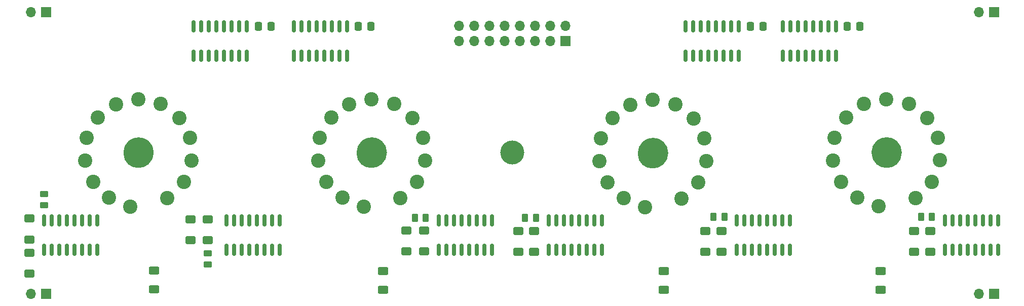
<source format=gbr>
%TF.GenerationSoftware,KiCad,Pcbnew,9.0.0*%
%TF.CreationDate,2025-03-11T11:24:58+01:00*%
%TF.ProjectId,CNIX V2 Tube Board,434e4958-2056-4322-9054-75626520426f,rev?*%
%TF.SameCoordinates,Original*%
%TF.FileFunction,Soldermask,Bot*%
%TF.FilePolarity,Negative*%
%FSLAX46Y46*%
G04 Gerber Fmt 4.6, Leading zero omitted, Abs format (unit mm)*
G04 Created by KiCad (PCBNEW 9.0.0) date 2025-03-11 11:24:58*
%MOMM*%
%LPD*%
G01*
G04 APERTURE LIST*
G04 Aperture macros list*
%AMRoundRect*
0 Rectangle with rounded corners*
0 $1 Rounding radius*
0 $2 $3 $4 $5 $6 $7 $8 $9 X,Y pos of 4 corners*
0 Add a 4 corners polygon primitive as box body*
4,1,4,$2,$3,$4,$5,$6,$7,$8,$9,$2,$3,0*
0 Add four circle primitives for the rounded corners*
1,1,$1+$1,$2,$3*
1,1,$1+$1,$4,$5*
1,1,$1+$1,$6,$7*
1,1,$1+$1,$8,$9*
0 Add four rect primitives between the rounded corners*
20,1,$1+$1,$2,$3,$4,$5,0*
20,1,$1+$1,$4,$5,$6,$7,0*
20,1,$1+$1,$6,$7,$8,$9,0*
20,1,$1+$1,$8,$9,$2,$3,0*%
G04 Aperture macros list end*
%ADD10C,2.540000*%
%ADD11C,4.998720*%
%ADD12C,2.397760*%
%ADD13C,4.000000*%
%ADD14RoundRect,0.250000X0.600000X-0.400000X0.600000X0.400000X-0.600000X0.400000X-0.600000X-0.400000X0*%
%ADD15RoundRect,0.250000X-0.262500X-0.450000X0.262500X-0.450000X0.262500X0.450000X-0.262500X0.450000X0*%
%ADD16R,1.700000X1.700000*%
%ADD17O,1.700000X1.700000*%
%ADD18RoundRect,0.150000X0.150000X-0.825000X0.150000X0.825000X-0.150000X0.825000X-0.150000X-0.825000X0*%
%ADD19RoundRect,0.250000X-0.337500X-0.475000X0.337500X-0.475000X0.337500X0.475000X-0.337500X0.475000X0*%
%ADD20RoundRect,0.250000X-0.600000X0.400000X-0.600000X-0.400000X0.600000X-0.400000X0.600000X0.400000X0*%
%ADD21RoundRect,0.250000X0.625000X-0.400000X0.625000X0.400000X-0.625000X0.400000X-0.625000X-0.400000X0*%
%ADD22RoundRect,0.250000X-0.450000X0.262500X-0.450000X-0.262500X0.450000X-0.262500X0.450000X0.262500X0*%
%ADD23RoundRect,0.250000X0.450000X-0.262500X0.450000X0.262500X-0.450000X0.262500X-0.450000X-0.262500X0*%
G04 APERTURE END LIST*
D10*
%TO.C,U13*%
X212303021Y-100400000D02*
G75*
G02*
X209763019Y-100400000I-1270001J0D01*
G01*
X209763019Y-100400000D02*
G75*
G02*
X212303021Y-100400000I1270001J0D01*
G01*
%TO.C,U10*%
X87303021Y-100413640D02*
G75*
G02*
X84763019Y-100413640I-1270001J0D01*
G01*
X84763019Y-100413640D02*
G75*
G02*
X87303021Y-100413640I1270001J0D01*
G01*
%TO.C,U12*%
X173270001Y-100500000D02*
G75*
G02*
X170729999Y-100500000I-1270001J0D01*
G01*
X170729999Y-100500000D02*
G75*
G02*
X173270001Y-100500000I1270001J0D01*
G01*
%TO.C,U11*%
X126270001Y-100413640D02*
G75*
G02*
X123729999Y-100413640I-1270001J0D01*
G01*
X123729999Y-100413640D02*
G75*
G02*
X126270001Y-100413640I1270001J0D01*
G01*
%TD*%
D11*
%TO.C,U13*%
X211000000Y-100486360D03*
D12*
X209671581Y-109424620D03*
X206115580Y-107969200D03*
X203456200Y-105312360D03*
X202097300Y-101751280D03*
X202325900Y-97933660D03*
X204251220Y-94552920D03*
X207240801Y-92317720D03*
X210972060Y-91532860D03*
X214738880Y-92299940D03*
X217819899Y-94624040D03*
X219633460Y-97946360D03*
X219910320Y-101720801D03*
X218579360Y-105342840D03*
X215826000Y-108030160D03*
%TD*%
D13*
%TO.C,H1*%
X148500000Y-100400000D03*
%TD*%
D11*
%TO.C,U10*%
X86000000Y-100500000D03*
D12*
X84671581Y-109438260D03*
X81115580Y-107982840D03*
X78456200Y-105326000D03*
X77097300Y-101764920D03*
X77325900Y-97947300D03*
X79251220Y-94566560D03*
X82240801Y-92331360D03*
X85972060Y-91546500D03*
X89738880Y-92313580D03*
X92819899Y-94637680D03*
X94633460Y-97960000D03*
X94910320Y-101734441D03*
X93579360Y-105356480D03*
X90826000Y-108043800D03*
%TD*%
D11*
%TO.C,U12*%
X171966980Y-100586360D03*
D12*
X170638561Y-109524620D03*
X167082560Y-108069200D03*
X164423180Y-105412360D03*
X163064280Y-101851280D03*
X163292880Y-98033660D03*
X165218200Y-94652920D03*
X168207781Y-92417720D03*
X171939040Y-91632860D03*
X175705860Y-92399940D03*
X178786879Y-94724040D03*
X180600440Y-98046360D03*
X180877300Y-101820801D03*
X179546340Y-105442840D03*
X176792980Y-108130160D03*
%TD*%
D11*
%TO.C,U11*%
X124966980Y-100500000D03*
D12*
X123638561Y-109438260D03*
X120082560Y-107982840D03*
X117423180Y-105326000D03*
X116064280Y-101764920D03*
X116292880Y-97947300D03*
X118218200Y-94566560D03*
X121207781Y-92331360D03*
X124939040Y-91546500D03*
X128705860Y-92313580D03*
X131786879Y-94637680D03*
X133600440Y-97960000D03*
X133877300Y-101734441D03*
X132546340Y-105356480D03*
X129792980Y-108043800D03*
%TD*%
D14*
%TO.C,D1*%
X97600000Y-115050000D03*
X97600000Y-111550000D03*
%TD*%
D15*
%TO.C,R2*%
X132187500Y-111300000D03*
X134012500Y-111300000D03*
%TD*%
D16*
%TO.C,J1*%
X70540000Y-77000000D03*
D17*
X68000000Y-77000000D03*
%TD*%
D18*
%TO.C,U5*%
X229640000Y-116700000D03*
X228370000Y-116700000D03*
X227100000Y-116700000D03*
X225830000Y-116700000D03*
X224560000Y-116700000D03*
X223290000Y-116700000D03*
X222020000Y-116700000D03*
X220750000Y-116700000D03*
X220750000Y-111750000D03*
X222020000Y-111750000D03*
X223290000Y-111750000D03*
X224560000Y-111750000D03*
X225830000Y-111750000D03*
X227100000Y-111750000D03*
X228370000Y-111750000D03*
X229640000Y-111750000D03*
%TD*%
%TO.C,U3*%
X163445000Y-116675000D03*
X162175000Y-116675000D03*
X160905000Y-116675000D03*
X159635000Y-116675000D03*
X158365000Y-116675000D03*
X157095000Y-116675000D03*
X155825000Y-116675000D03*
X154555000Y-116675000D03*
X154555000Y-111725000D03*
X155825000Y-111725000D03*
X157095000Y-111725000D03*
X158365000Y-111725000D03*
X159635000Y-111725000D03*
X160905000Y-111725000D03*
X162175000Y-111725000D03*
X163445000Y-111725000D03*
%TD*%
D19*
%TO.C,C4*%
X188275000Y-79325000D03*
X190350000Y-79325000D03*
%TD*%
D20*
%TO.C,D13*%
X67800000Y-117150000D03*
X67800000Y-120650000D03*
%TD*%
%TO.C,D8*%
X183400000Y-113550000D03*
X183400000Y-117050000D03*
%TD*%
D14*
%TO.C,D5*%
X149500000Y-117050001D03*
X149500000Y-113550001D03*
%TD*%
D19*
%TO.C,C1*%
X106062500Y-79300000D03*
X108137500Y-79300000D03*
%TD*%
D16*
%TO.C,J5*%
X229000000Y-124000000D03*
D17*
X226460000Y-124000000D03*
%TD*%
D18*
%TO.C,U6*%
X104145000Y-84275000D03*
X102875000Y-84275000D03*
X101605000Y-84275000D03*
X100335000Y-84275000D03*
X99065000Y-84275000D03*
X97795000Y-84275000D03*
X96525000Y-84275000D03*
X95255000Y-84275000D03*
X95255000Y-79325000D03*
X96525000Y-79325000D03*
X97795000Y-79325000D03*
X99065000Y-79325000D03*
X100335000Y-79325000D03*
X101605000Y-79325000D03*
X102875000Y-79325000D03*
X104145000Y-79325000D03*
%TD*%
%TO.C,U4*%
X194845000Y-116675000D03*
X193575000Y-116675000D03*
X192305000Y-116675000D03*
X191035000Y-116675000D03*
X189765000Y-116675000D03*
X188495000Y-116675000D03*
X187225000Y-116675000D03*
X185955000Y-116675000D03*
X185955000Y-111725000D03*
X187225000Y-111725000D03*
X188495000Y-111725000D03*
X189765000Y-111725000D03*
X191035000Y-111725000D03*
X192305000Y-111725000D03*
X193575000Y-111725000D03*
X194845000Y-111725000D03*
%TD*%
D15*
%TO.C,R3*%
X150587500Y-111300000D03*
X152412500Y-111300000D03*
%TD*%
D21*
%TO.C,R8*%
X173800000Y-123350001D03*
X173800000Y-120249999D03*
%TD*%
%TO.C,R7*%
X126900000Y-123350001D03*
X126900000Y-120249999D03*
%TD*%
D18*
%TO.C,U9*%
X202545000Y-84275000D03*
X201275000Y-84275000D03*
X200005000Y-84275000D03*
X198735000Y-84275000D03*
X197465000Y-84275000D03*
X196195000Y-84275000D03*
X194925000Y-84275000D03*
X193655000Y-84275000D03*
X193655000Y-79325000D03*
X194925000Y-79325000D03*
X196195000Y-79325000D03*
X197465000Y-79325000D03*
X198735000Y-79325000D03*
X200005000Y-79325000D03*
X201275000Y-79325000D03*
X202545000Y-79325000D03*
%TD*%
D16*
%TO.C,J4*%
X70540000Y-124000000D03*
D17*
X68000000Y-124000000D03*
%TD*%
D19*
%TO.C,C3*%
X204462500Y-79300000D03*
X206537500Y-79300000D03*
%TD*%
D16*
%TO.C,J3*%
X157375000Y-81775000D03*
D17*
X157375000Y-79235000D03*
X154835000Y-81775000D03*
X154835000Y-79235000D03*
X152295001Y-81775000D03*
X152295000Y-79235000D03*
X149755000Y-81775000D03*
X149755000Y-79235000D03*
X147215000Y-81775000D03*
X147215000Y-79235000D03*
X144675000Y-81775000D03*
X144675000Y-79235000D03*
X142135000Y-81775000D03*
X142135000Y-79235000D03*
X139594999Y-81775000D03*
X139595000Y-79235000D03*
%TD*%
D18*
%TO.C,U8*%
X186345000Y-84275000D03*
X185075000Y-84275000D03*
X183805000Y-84275000D03*
X182535000Y-84275000D03*
X181265000Y-84275000D03*
X179995000Y-84275000D03*
X178725000Y-84275000D03*
X177455000Y-84275000D03*
X177455000Y-79325000D03*
X178725000Y-79325000D03*
X179995000Y-79325000D03*
X181265000Y-79325000D03*
X182535000Y-79325000D03*
X183805000Y-79325000D03*
X185075000Y-79325000D03*
X186345000Y-79325000D03*
%TD*%
%TO.C,U7*%
X120845000Y-84275000D03*
X119575000Y-84275000D03*
X118305000Y-84275000D03*
X117035000Y-84275000D03*
X115765000Y-84275000D03*
X114495000Y-84275000D03*
X113225000Y-84275000D03*
X111955000Y-84275000D03*
X111955000Y-79325000D03*
X113225000Y-79325000D03*
X114495000Y-79325000D03*
X115765000Y-79325000D03*
X117035000Y-79325000D03*
X118305000Y-79325000D03*
X119575000Y-79325000D03*
X120845000Y-79325000D03*
%TD*%
D21*
%TO.C,R9*%
X210000000Y-123350001D03*
X210000000Y-120249999D03*
%TD*%
D15*
%TO.C,R4*%
X182087500Y-111200000D03*
X183912500Y-111200000D03*
%TD*%
D20*
%TO.C,D10*%
X218300000Y-113550000D03*
X218300000Y-117050000D03*
%TD*%
D19*
%TO.C,C2*%
X122762500Y-79300000D03*
X124837500Y-79300000D03*
%TD*%
D22*
%TO.C,R12*%
X70200000Y-107387500D03*
X70200000Y-109212500D03*
%TD*%
D23*
%TO.C,R1*%
X97600000Y-119112500D03*
X97600000Y-117287500D03*
%TD*%
D18*
%TO.C,U14*%
X79145000Y-116675000D03*
X77875000Y-116675000D03*
X76605000Y-116675000D03*
X75335000Y-116675000D03*
X74065000Y-116675000D03*
X72795000Y-116675000D03*
X71525000Y-116675000D03*
X70255000Y-116675000D03*
X70255000Y-111725000D03*
X71525000Y-111725000D03*
X72795000Y-111725000D03*
X74065000Y-111725000D03*
X75335000Y-111725000D03*
X76605000Y-111725000D03*
X77875000Y-111725000D03*
X79145000Y-111725000D03*
%TD*%
D20*
%TO.C,D14*%
X67800000Y-111450000D03*
X67800000Y-114950000D03*
%TD*%
D16*
%TO.C,J2*%
X229000000Y-77000000D03*
D17*
X226460000Y-77000000D03*
%TD*%
D18*
%TO.C,U2*%
X145045000Y-116675000D03*
X143775000Y-116675000D03*
X142505000Y-116675000D03*
X141235000Y-116675000D03*
X139965000Y-116675000D03*
X138695000Y-116675000D03*
X137425000Y-116675000D03*
X136155000Y-116675000D03*
X136155000Y-111725000D03*
X137425000Y-111725000D03*
X138695000Y-111725000D03*
X139965000Y-111725000D03*
X141235000Y-111725000D03*
X142505000Y-111725000D03*
X143775000Y-111725000D03*
X145045000Y-111725000D03*
%TD*%
D20*
%TO.C,D2*%
X94700000Y-111550000D03*
X94700000Y-115050000D03*
%TD*%
%TO.C,D6*%
X152100000Y-113550000D03*
X152100000Y-117050000D03*
%TD*%
D14*
%TO.C,D3*%
X130800000Y-116950000D03*
X130800000Y-113450000D03*
%TD*%
%TO.C,D7*%
X180700000Y-117050000D03*
X180700000Y-113550000D03*
%TD*%
D18*
%TO.C,U1*%
X109645000Y-116675000D03*
X108375000Y-116675000D03*
X107105000Y-116675000D03*
X105835000Y-116675000D03*
X104565000Y-116675000D03*
X103295000Y-116675000D03*
X102025000Y-116675000D03*
X100755000Y-116675000D03*
X100755000Y-111725000D03*
X102025000Y-111725000D03*
X103295000Y-111725000D03*
X104565000Y-111725000D03*
X105835000Y-111725000D03*
X107105000Y-111725000D03*
X108375000Y-111725000D03*
X109645000Y-111725000D03*
%TD*%
D14*
%TO.C,D9*%
X215600000Y-117050000D03*
X215600000Y-113550000D03*
%TD*%
D15*
%TO.C,R5*%
X216787500Y-111200000D03*
X218612500Y-111200000D03*
%TD*%
D20*
%TO.C,D4*%
X133700000Y-113450000D03*
X133700000Y-116950000D03*
%TD*%
D21*
%TO.C,R6*%
X88600000Y-123250001D03*
X88600000Y-120149999D03*
%TD*%
M02*

</source>
